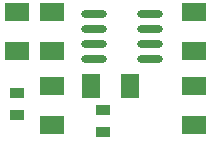
<source format=gbp>
G04*
G04 #@! TF.GenerationSoftware,Altium Limited,Altium Designer,20.2.3 (150)*
G04*
G04 Layer_Color=128*
%FSLAX24Y24*%
%MOIN*%
G70*
G04*
G04 #@! TF.SameCoordinates,43E71072-F5BC-4878-B807-13FB7BF1F8C8*
G04*
G04*
G04 #@! TF.FilePolarity,Positive*
G04*
G01*
G75*
%ADD16R,0.0800X0.0600*%
%ADD17R,0.0600X0.0800*%
%ADD18R,0.0512X0.0354*%
%ADD19O,0.0866X0.0236*%
D16*
X3850Y3050D02*
D03*
Y4350D02*
D03*
X2700D02*
D03*
Y3050D02*
D03*
X8600D02*
D03*
Y4350D02*
D03*
Y1900D02*
D03*
Y600D02*
D03*
X3850D02*
D03*
Y1900D02*
D03*
D17*
X6450D02*
D03*
X5150D02*
D03*
D18*
X2700Y1674D02*
D03*
Y926D02*
D03*
X5550Y1098D02*
D03*
Y350D02*
D03*
D19*
X5255Y2800D02*
D03*
Y3300D02*
D03*
Y3800D02*
D03*
Y4300D02*
D03*
X7145Y2800D02*
D03*
Y3300D02*
D03*
Y3800D02*
D03*
Y4300D02*
D03*
M02*

</source>
